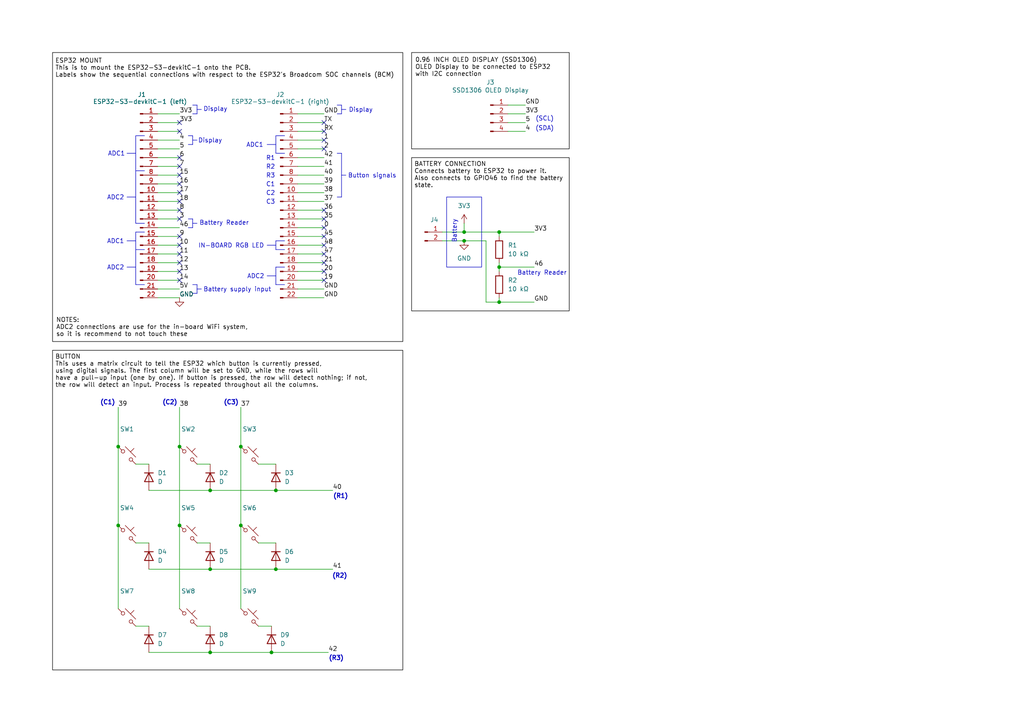
<source format=kicad_sch>
(kicad_sch (version 20231120) (generator "eeschema") (generator_version "8.0")
  (paper "A4")
  (lib_symbols
    (symbol "Connector:Conn_01x02_Pin" (pin_names (offset 1.016) hide)
      (property "Reference" "J" (at 0 2.54 0))
      (property "Value" "Conn_01x02_Pin" (at 0 -5.08 0))
      (symbol "Conn_01x02_Pin_1_1"
        (polyline (pts (xy 1.27 -2.54) (xy 0.8636 -2.54)) (stroke (width 0.1524)))
        (polyline (pts (xy 1.27 0) (xy 0.8636 0)) (stroke (width 0.1524)))
        (rectangle (start 0.8636 -2.413) (end 0 -2.667) (stroke (width 0.1524)) (fill (type outline)))
        (rectangle (start 0.8636 0.127) (end 0 -0.127) (stroke (width 0.1524)) (fill (type outline)))
        (pin passive line (at 5.08 0 180) (length 3.81) (name "Pin_1") (number "1"))
        (pin passive line (at 5.08 -2.54 180) (length 3.81) (name "Pin_2") (number "2"))
      )
    )
    (symbol "Connector:Conn_01x04_Pin" (pin_names (offset 1.016) hide)
      (property "Reference" "J" (at 0 5.08 0))
      (property "Value" "Conn_01x04_Pin" (at 0 -7.62 0))
      (symbol "Conn_01x04_Pin_1_1"
        (polyline (pts (xy 1.27 -5.08) (xy 0.8636 -5.08)) (stroke (width 0.1524)))
        (polyline (pts (xy 1.27 -2.54) (xy 0.8636 -2.54)) (stroke (width 0.1524)))
        (polyline (pts (xy 1.27 0) (xy 0.8636 0)) (stroke (width 0.1524)))
        (polyline (pts (xy 1.27 2.54) (xy 0.8636 2.54)) (stroke (width 0.1524)))
        (rectangle (start 0.8636 -4.953) (end 0 -5.207) (stroke (width 0.1524)) (fill (type outline)))
        (rectangle (start 0.8636 -2.413) (end 0 -2.667) (stroke (width 0.1524)) (fill (type outline)))
        (rectangle (start 0.8636 0.127) (end 0 -0.127) (stroke (width 0.1524)) (fill (type outline)))
        (rectangle (start 0.8636 2.667) (end 0 2.413) (stroke (width 0.1524)) (fill (type outline)))
        (pin passive line (at 5.08 2.54 180) (length 3.81) (name "Pin_1") (number "1"))
        (pin passive line (at 5.08 0 180) (length 3.81) (name "Pin_2") (number "2"))
        (pin passive line (at 5.08 -2.54 180) (length 3.81) (name "Pin_3") (number "3"))
        (pin passive line (at 5.08 -5.08 180) (length 3.81) (name "Pin_4") (number "4"))
      )
    )
    (symbol "Connector:Conn_01x22_Pin" (pin_names (offset 1.016) hide)
      (property "Reference" "J" (at 0 27.94 0))
      (property "Value" "Conn_01x22_Pin" (at 0 -30.48 0))
      (symbol "Conn_01x22_Pin_1_1"
        (polyline (pts (xy 1.27 -27.94) (xy 0.8636 -27.94)) (stroke (width 0.1524)))
        (polyline (pts (xy 1.27 -25.4) (xy 0.8636 -25.4)) (stroke (width 0.1524)))
        (polyline (pts (xy 1.27 -22.86) (xy 0.8636 -22.86)) (stroke (width 0.1524)))
        (polyline (pts (xy 1.27 -20.32) (xy 0.8636 -20.32)) (stroke (width 0.1524)))
        (polyline (pts (xy 1.27 -17.78) (xy 0.8636 -17.78)) (stroke (width 0.1524)))
        (polyline (pts (xy 1.27 -15.24) (xy 0.8636 -15.24)) (stroke (width 0.1524)))
        (polyline (pts (xy 1.27 -12.7) (xy 0.8636 -12.7)) (stroke (width 0.1524)))
        (polyline (pts (xy 1.27 -10.16) (xy 0.8636 -10.16)) (stroke (width 0.1524)))
        (polyline (pts (xy 1.27 -7.62) (xy 0.8636 -7.62)) (stroke (width 0.1524)))
        (polyline (pts (xy 1.27 -5.08) (xy 0.8636 -5.08)) (stroke (width 0.1524)))
        (polyline (pts (xy 1.27 -2.54) (xy 0.8636 -2.54)) (stroke (width 0.1524)))
        (polyline (pts (xy 1.27 0) (xy 0.8636 0)) (stroke (width 0.1524)))
        (polyline (pts (xy 1.27 2.54) (xy 0.8636 2.54)) (stroke (width 0.1524)))
        (polyline (pts (xy 1.27 5.08) (xy 0.8636 5.08)) (stroke (width 0.1524)))
        (polyline (pts (xy 1.27 7.62) (xy 0.8636 7.62)) (stroke (width 0.1524)))
        (polyline (pts (xy 1.27 10.16) (xy 0.8636 10.16)) (stroke (width 0.1524)))
        (polyline (pts (xy 1.27 12.7) (xy 0.8636 12.7)) (stroke (width 0.1524)))
        (polyline (pts (xy 1.27 15.24) (xy 0.8636 15.24)) (stroke (width 0.1524)))
        (polyline (pts (xy 1.27 17.78) (xy 0.8636 17.78)) (stroke (width 0.1524)))
        (polyline (pts (xy 1.27 20.32) (xy 0.8636 20.32)) (stroke (width 0.1524)))
        (polyline (pts (xy 1.27 22.86) (xy 0.8636 22.86)) (stroke (width 0.1524)))
        (polyline (pts (xy 1.27 25.4) (xy 0.8636 25.4)) (stroke (width 0.1524)))
        (rectangle (start 0.8636 -27.813) (end 0 -28.067) (stroke (width 0.1524)) (fill (type outline)))
        (rectangle (start 0.8636 -25.273) (end 0 -25.527) (stroke (width 0.1524)) (fill (type outline)))
        (rectangle (start 0.8636 -22.733) (end 0 -22.987) (stroke (width 0.1524)) (fill (type outline)))
        (rectangle (start 0.8636 -20.193) (end 0 -20.447) (stroke (width 0.1524)) (fill (type outline)))
        (rectangle (start 0.8636 -17.653) (end 0 -17.907) (stroke (width 0.1524)) (fill (type outline)))
        (rectangle (start 0.8636 -15.113) (end 0 -15.367) (stroke (width 0.1524)) (fill (type outline)))
        (rectangle (start 0.8636 -12.573) (end 0 -12.827) (stroke (width 0.1524)) (fill (type outline)))
        (rectangle (start 0.8636 -10.033) (end 0 -10.287) (stroke (width 0.1524)) (fill (type outline)))
        (rectangle (start 0.8636 -7.493) (end 0 -7.747) (stroke (width 0.1524)) (fill (type outline)))
        (rectangle (start 0.8636 -4.953) (end 0 -5.207) (stroke (width 0.1524)) (fill (type outline)))
        (rectangle (start 0.8636 -2.413) (end 0 -2.667) (stroke (width 0.1524)) (fill (type outline)))
        (rectangle (start 0.8636 0.127) (end 0 -0.127) (stroke (width 0.1524)) (fill (type outline)))
        (rectangle (start 0.8636 2.667) (end 0 2.413) (stroke (width 0.1524)) (fill (type outline)))
        (rectangle (start 0.8636 5.207) (end 0 4.953) (stroke (width 0.1524)) (fill (type outline)))
        (rectangle (start 0.8636 7.747) (end 0 7.493) (stroke (width 0.1524)) (fill (type outline)))
        (rectangle (start 0.8636 10.287) (end 0 10.033) (stroke (width 0.1524)) (fill (type outline)))
        (rectangle (start 0.8636 12.827) (end 0 12.573) (stroke (width 0.1524)) (fill (type outline)))
        (rectangle (start 0.8636 15.367) (end 0 15.113) (stroke (width 0.1524)) (fill (type outline)))
        (rectangle (start 0.8636 17.907) (end 0 17.653) (stroke (width 0.1524)) (fill (type outline)))
        (rectangle (start 0.8636 20.447) (end 0 20.193) (stroke (width 0.1524)) (fill (type outline)))
        (rectangle (start 0.8636 22.987) (end 0 22.733) (stroke (width 0.1524)) (fill (type outline)))
        (rectangle (start 0.8636 25.527) (end 0 25.273) (stroke (width 0.1524)) (fill (type outline)))
        (pin passive line (at 5.08 25.4 180) (length 3.81) (name "Pin_1") (number "1"))
        (pin passive line (at 5.08 2.54 180) (length 3.81) (name "Pin_10") (number "10"))
        (pin passive line (at 5.08 0 180) (length 3.81) (name "Pin_11") (number "11"))
        (pin passive line (at 5.08 -2.54 180) (length 3.81) (name "Pin_12") (number "12"))
        (pin passive line (at 5.08 -5.08 180) (length 3.81) (name "Pin_13") (number "13"))
        (pin passive line (at 5.08 -7.62 180) (length 3.81) (name "Pin_14") (number "14"))
        (pin passive line (at 5.08 -10.16 180) (length 3.81) (name "Pin_15") (number "15"))
        (pin passive line (at 5.08 -12.7 180) (length 3.81) (name "Pin_16") (number "16"))
        (pin passive line (at 5.08 -15.24 180) (length 3.81) (name "Pin_17") (number "17"))
        (pin passive line (at 5.08 -17.78 180) (length 3.81) (name "Pin_18") (number "18"))
        (pin passive line (at 5.08 -20.32 180) (length 3.81) (name "Pin_19") (number "19"))
        (pin passive line (at 5.08 22.86 180) (length 3.81) (name "Pin_2") (number "2"))
        (pin passive line (at 5.08 -22.86 180) (length 3.81) (name "Pin_20") (number "20"))
        (pin passive line (at 5.08 -25.4 180) (length 3.81) (name "Pin_21") (number "21"))
        (pin passive line (at 5.08 -27.94 180) (length 3.81) (name "Pin_22") (number "22"))
        (pin passive line (at 5.08 20.32 180) (length 3.81) (name "Pin_3") (number "3"))
        (pin passive line (at 5.08 17.78 180) (length 3.81) (name "Pin_4") (number "4"))
        (pin passive line (at 5.08 15.24 180) (length 3.81) (name "Pin_5") (number "5"))
        (pin passive line (at 5.08 12.7 180) (length 3.81) (name "Pin_6") (number "6"))
        (pin passive line (at 5.08 10.16 180) (length 3.81) (name "Pin_7") (number "7"))
        (pin passive line (at 5.08 7.62 180) (length 3.81) (name "Pin_8") (number "8"))
        (pin passive line (at 5.08 5.08 180) (length 3.81) (name "Pin_9") (number "9"))
      )
    )
    (symbol "Device:D" (pin_numbers hide) (pin_names (offset 1.016) hide)
      (property "Reference" "D" (at 0 2.54 0))
      (property "Value" "D" (at 0 -2.54 0))
      (symbol "D_0_1"
        (polyline (pts (xy -1.27 1.27) (xy -1.27 -1.27)) (stroke (width 0.254)))
        (polyline (pts (xy 1.27 0) (xy -1.27 0)))
        (polyline (pts (xy 1.27 1.27) (xy 1.27 -1.27) (xy -1.27 0) (xy 1.27 1.27)) (stroke (width 0.254)))
      )
      (symbol "D_1_1"
        (pin passive line (at -3.81 0 0) (length 2.54) (name "K") (number "1"))
        (pin passive line (at 3.81 0 180) (length 2.54) (name "A") (number "2"))
      )
    )
    (symbol "Device:R" (pin_numbers hide) (pin_names (offset 0))
      (property "Reference" "R" (at 2.032 0 90))
      (property "Value" "R" (at 0 0 90))
      (symbol "R_0_1"
        (rectangle (start -1.016 -2.54) (end 1.016 2.54) (stroke (width 0.254)))
      )
      (symbol "R_1_1"
        (pin passive line (at 0 3.81 270) (length 1.27) (name "~") (number "1"))
        (pin passive line (at 0 -3.81 90) (length 1.27) (name "~") (number "2"))
      )
    )
    (symbol "Switch:SW_Push_45deg" (pin_numbers hide) (pin_names (offset 1.016) hide)
      (property "Reference" "SW" (at 3.048 1.016 0))
      (property "Value" "SW_Push_45deg" (at 0 -3.81 0))
      (symbol "SW_Push_45deg_0_1"
        (circle (center -1.1684 1.1684) (radius 0.508))
        (polyline (pts (xy -0.508 2.54) (xy 2.54 -0.508)))
        (polyline (pts (xy 1.016 1.016) (xy 2.032 2.032)))
        (polyline (pts (xy -2.54 2.54) (xy -1.524 1.524) (xy -1.524 1.524)))
        (polyline (pts (xy 1.524 -1.524) (xy 2.54 -2.54) (xy 2.54 -2.54) (xy 2.54 -2.54)))
        (circle (center 1.143 -1.1938) (radius 0.508))
        (pin passive line (at -2.54 2.54 0) (length 0) (name "1") (number "1"))
        (pin passive line (at 2.54 -2.54 180) (length 0) (name "2") (number "2"))
      )
    )
    (symbol "power:+5V" (power) (pin_numbers hide) (pin_names (offset 0) hide)
      (property "Value" "+5V" (at 0 3.556 0))
      (symbol "+5V_0_1"
        (polyline (pts (xy -0.762 1.27) (xy 0 2.54)))
        (polyline (pts (xy 0 0) (xy 0 2.54)))
        (polyline (pts (xy 0 2.54) (xy 0.762 1.27)))
      )
      (symbol "+5V_1_1"
        (pin power_in line (at 0 0 90) (length 0) (name "~") (number "1"))
      )
    )
    (symbol "power:GND" (power) (pin_numbers hide) (pin_names (offset 0) hide)
      (property "Value" "GND" (at 0 -3.81 0))
      (symbol "GND_0_1"
        (polyline (pts (xy 0 0) (xy 0 -1.27) (xy 1.27 -1.27) (xy 0 -2.54) (xy -1.27 -1.27) (xy 0 -1.27)))
      )
      (symbol "GND_1_1"
        (pin power_in line (at 0 0 270) (length 0) (name "~") (number "1"))
      )
    )
  )
  (junction (at 144.78 67.31))
  (junction (at 78.74 189.23))
  (junction (at 60.96 142.24))
  (junction (at 80.01 142.24))
  (junction (at 60.96 165.1))
  (junction (at 134.62 69.85))
  (junction (at 52.07 129.54))
  (junction (at 144.78 87.63))
  (junction (at 80.01 165.1))
  (junction (at 34.29 152.4))
  (junction (at 34.29 129.54))
  (junction (at 134.62 67.31))
  (junction (at 69.85 152.4))
  (junction (at 69.85 129.54))
  (junction (at 144.78 77.47))
  (junction (at 52.07 152.4))
  (junction (at 60.96 189.23))
  (no_connect (at 52.07 81.28))
  (no_connect (at 52.07 53.34))
  (no_connect (at 93.98 40.64))
  (no_connect (at 52.07 63.5))
  (no_connect (at 52.07 48.26))
  (no_connect (at 52.07 60.96))
  (no_connect (at 93.98 38.1))
  (no_connect (at 52.07 78.74))
  (no_connect (at 93.98 43.18))
  (no_connect (at 93.98 73.66))
  (no_connect (at 93.98 66.04))
  (no_connect (at 52.07 76.2))
  (no_connect (at 93.98 60.96))
  (no_connect (at 52.07 55.88))
  (no_connect (at 52.07 58.42))
  (no_connect (at 52.07 35.56))
  (no_connect (at 93.98 81.28))
  (no_connect (at 93.98 78.74))
  (no_connect (at 93.98 71.12))
  (no_connect (at 52.07 38.1))
  (no_connect (at 52.07 68.58))
  (no_connect (at 93.98 76.2))
  (no_connect (at 52.07 50.8))
  (no_connect (at 93.98 35.56))
  (no_connect (at 52.07 45.72))
  (no_connect (at 52.07 71.12))
  (no_connect (at 93.98 63.5))
  (no_connect (at 93.98 68.58))
  (no_connect (at 52.07 73.66))
  (wire (pts (xy 86.36 33.02) (xy 93.98 33.02)))
  (polyline (pts (xy 99.06 30.48) (xy 99.06 33.02)))
  (polyline (pts (xy 39.37 72.39) (xy 41.91 72.39)))
  (wire (pts (xy 45.72 53.34) (xy 52.07 53.34)))
  (wire (pts (xy 74.93 181.61) (xy 78.74 181.61)))
  (wire (pts (xy 134.62 64.77) (xy 134.62 67.31)))
  (wire (pts (xy 60.96 165.1) (xy 80.01 165.1)))
  (polyline (pts (xy 55.88 85.09) (xy 57.15 85.09)))
  (wire (pts (xy 147.32 38.1) (xy 152.4 38.1)))
  (wire (pts (xy 86.36 83.82) (xy 93.98 83.82)))
  (wire (pts (xy 134.62 67.31) (xy 144.78 67.31)))
  (polyline (pts (xy 55.88 63.5) (xy 55.88 66.04)))
  (polyline (pts (xy 97.79 44.45) (xy 99.06 44.45)))
  (polyline (pts (xy 80.01 39.37) (xy 82.55 39.37)))
  (polyline (pts (xy 39.37 64.77) (xy 41.91 64.77)))
  (wire (pts (xy 34.29 129.54) (xy 34.29 152.4)))
  (polyline (pts (xy 36.83 57.15) (xy 39.37 57.15)))
  (wire (pts (xy 86.36 66.04) (xy 93.98 66.04)))
  (wire (pts (xy 86.36 50.8) (xy 93.98 50.8)))
  (wire (pts (xy 52.07 129.54) (xy 52.07 152.4)))
  (polyline (pts (xy 39.37 49.53) (xy 39.37 64.77)))
  (polyline (pts (xy 99.06 50.8) (xy 100.33 50.8)))
  (wire (pts (xy 78.74 189.23) (xy 95.25 189.23)))
  (wire (pts (xy 45.72 86.36) (xy 52.07 86.36)))
  (wire (pts (xy 128.27 67.31) (xy 134.62 67.31)))
  (wire (pts (xy 43.18 165.1) (xy 60.96 165.1)))
  (wire (pts (xy 74.93 157.48) (xy 80.01 157.48)))
  (polyline (pts (xy 97.79 30.48) (xy 99.06 30.48)))
  (wire (pts (xy 45.72 48.26) (xy 52.07 48.26)))
  (wire (pts (xy 140.97 69.85) (xy 134.62 69.85)))
  (wire (pts (xy 34.29 152.4) (xy 34.29 176.53)))
  (wire (pts (xy 45.72 78.74) (xy 52.07 78.74)))
  (wire (pts (xy 45.72 63.5) (xy 52.07 63.5)))
  (wire (pts (xy 45.72 55.88) (xy 52.07 55.88)))
  (wire (pts (xy 140.97 87.63) (xy 144.78 87.63)))
  (wire (pts (xy 45.72 71.12) (xy 52.07 71.12)))
  (polyline (pts (xy 36.83 44.45) (xy 39.37 44.45)))
  (polyline (pts (xy 77.47 71.12) (xy 80.01 71.12)))
  (wire (pts (xy 86.36 81.28) (xy 93.98 81.28)))
  (polyline (pts (xy 39.37 67.31) (xy 39.37 72.39)))
  (polyline (pts (xy 97.79 57.15) (xy 99.06 57.15)))
  (wire (pts (xy 39.37 157.48) (xy 43.18 157.48)))
  (polyline (pts (xy 39.37 39.37) (xy 41.91 39.37)))
  (wire (pts (xy 45.72 60.96) (xy 52.07 60.96)))
  (wire (pts (xy 147.32 33.02) (xy 152.4 33.02)))
  (wire (pts (xy 45.72 76.2) (xy 52.07 76.2)))
  (wire (pts (xy 60.96 189.23) (xy 78.74 189.23)))
  (wire (pts (xy 69.85 129.54) (xy 69.85 152.4)))
  (wire (pts (xy 45.72 73.66) (xy 52.07 73.66)))
  (polyline (pts (xy 99.06 31.75) (xy 100.33 31.75)))
  (polyline (pts (xy 55.88 39.37) (xy 55.88 41.91)))
  (polyline (pts (xy 57.15 30.48) (xy 57.15 33.02)))
  (wire (pts (xy 34.29 118.11) (xy 34.29 129.54)))
  (wire (pts (xy 86.36 71.12) (xy 93.98 71.12)))
  (polyline (pts (xy 55.88 82.55) (xy 57.15 82.55)))
  (polyline (pts (xy 80.01 69.85) (xy 80.01 72.39)))
  (wire (pts (xy 69.85 152.4) (xy 69.85 176.53)))
  (polyline (pts (xy 39.37 72.39) (xy 39.37 82.55)))
  (wire (pts (xy 43.18 142.24) (xy 60.96 142.24)))
  (wire (pts (xy 69.85 118.11) (xy 69.85 129.54)))
  (wire (pts (xy 86.36 43.18) (xy 93.98 43.18)))
  (polyline (pts (xy 55.88 33.02) (xy 57.15 33.02)))
  (polyline (pts (xy 36.83 69.85) (xy 39.37 69.85)))
  (wire (pts (xy 86.36 58.42) (xy 93.98 58.42)))
  (wire (pts (xy 86.36 73.66) (xy 93.98 73.66)))
  (wire (pts (xy 128.27 69.85) (xy 134.62 69.85)))
  (polyline (pts (xy 99.06 44.45) (xy 99.06 57.15)))
  (wire (pts (xy 86.36 40.64) (xy 93.98 40.64)))
  (wire (pts (xy 45.72 43.18) (xy 52.07 43.18)))
  (wire (pts (xy 86.36 48.26) (xy 93.98 48.26)))
  (wire (pts (xy 39.37 134.62) (xy 43.18 134.62)))
  (wire (pts (xy 45.72 35.56) (xy 52.07 35.56)))
  (wire (pts (xy 45.72 33.02) (xy 52.07 33.02)))
  (wire (pts (xy 57.15 134.62) (xy 60.96 134.62)))
  (polyline (pts (xy 80.01 72.39) (xy 82.55 72.39)))
  (polyline (pts (xy 54.61 41.91) (xy 55.88 41.91)))
  (wire (pts (xy 144.78 77.47) (xy 154.94 77.47)))
  (wire (pts (xy 45.72 50.8) (xy 52.07 50.8)))
  (wire (pts (xy 147.32 35.56) (xy 152.4 35.56)))
  (polyline (pts (xy 80.01 69.85) (xy 82.55 69.85)))
  (wire (pts (xy 45.72 38.1) (xy 52.07 38.1)))
  (wire (pts (xy 45.72 40.64) (xy 52.07 40.64)))
  (wire (pts (xy 147.32 30.48) (xy 152.4 30.48)))
  (wire (pts (xy 45.72 81.28) (xy 52.07 81.28)))
  (polyline (pts (xy 39.37 67.31) (xy 41.91 67.31)))
  (polyline (pts (xy 57.15 82.55) (xy 57.15 85.09)))
  (polyline (pts (xy 54.61 39.37) (xy 55.88 39.37)))
  (wire (pts (xy 86.36 63.5) (xy 93.98 63.5)))
  (wire (pts (xy 57.15 157.48) (xy 60.96 157.48)))
  (wire (pts (xy 45.72 66.04) (xy 52.07 66.04)))
  (polyline (pts (xy 80.01 77.47) (xy 80.01 82.55)))
  (polyline (pts (xy 55.88 64.77) (xy 57.15 64.77)))
  (polyline (pts (xy 80.01 44.45) (xy 82.55 44.45)))
  (wire (pts (xy 80.01 142.24) (xy 96.52 142.24)))
  (polyline (pts (xy 55.88 30.48) (xy 57.15 30.48)))
  (polyline (pts (xy 54.61 66.04) (xy 55.88 66.04)))
  (polyline (pts (xy 57.15 83.82) (xy 58.42 83.82)))
  (wire (pts (xy 60.96 142.24) (xy 80.01 142.24)))
  (polyline (pts (xy 77.47 41.91) (xy 80.01 41.91)))
  (wire (pts (xy 39.37 181.61) (xy 43.18 181.61)))
  (polyline (pts (xy 80.01 77.47) (xy 82.55 77.47)))
  (wire (pts (xy 74.93 134.62) (xy 80.01 134.62)))
  (wire (pts (xy 52.07 118.11) (xy 52.07 129.54)))
  (wire (pts (xy 45.72 58.42) (xy 52.07 58.42)))
  (wire (pts (xy 86.36 35.56) (xy 93.98 35.56)))
  (wire (pts (xy 86.36 78.74) (xy 93.98 78.74)))
  (polyline (pts (xy 36.83 77.47) (xy 39.37 77.47)))
  (wire (pts (xy 57.15 181.61) (xy 60.96 181.61)))
  (wire (pts (xy 144.78 86.36) (xy 144.78 87.63)))
  (polyline (pts (xy 80.01 82.55) (xy 82.55 82.55)))
  (wire (pts (xy 86.36 38.1) (xy 93.98 38.1)))
  (polyline (pts (xy 80.01 39.37) (xy 80.01 44.45)))
  (wire (pts (xy 144.78 67.31) (xy 144.78 68.58)))
  (wire (pts (xy 86.36 68.58) (xy 93.98 68.58)))
  (wire (pts (xy 86.36 76.2) (xy 93.98 76.2)))
  (wire (pts (xy 86.36 45.72) (xy 93.98 45.72)))
  (wire (pts (xy 140.97 87.63) (xy 140.97 69.85)))
  (wire (pts (xy 144.78 76.2) (xy 144.78 77.47)))
  (polyline (pts (xy 97.79 33.02) (xy 99.06 33.02)))
  (wire (pts (xy 86.36 53.34) (xy 93.98 53.34)))
  (polyline (pts (xy 54.61 63.5) (xy 55.88 63.5)))
  (wire (pts (xy 80.01 165.1) (xy 96.52 165.1)))
  (wire (pts (xy 45.72 68.58) (xy 52.07 68.58)))
  (wire (pts (xy 144.78 87.63) (xy 154.94 87.63)))
  (polyline (pts (xy 57.15 31.75) (xy 58.42 31.75)))
  (polyline (pts (xy 77.47 80.01) (xy 80.01 80.01)))
  (wire (pts (xy 52.07 152.4) (xy 52.07 176.53)))
  (polyline (pts (xy 39.37 49.53) (xy 41.91 49.53)))
  (polyline (pts (xy 39.37 57.15) (xy 39.37 64.77)))
  (wire (pts (xy 43.18 189.23) (xy 60.96 189.23)))
  (wire (pts (xy 86.36 60.96) (xy 93.98 60.96)))
  (wire (pts (xy 144.78 67.31) (xy 154.94 67.31)))
  (wire (pts (xy 86.36 86.36) (xy 93.98 86.36)))
  (wire (pts (xy 45.72 45.72) (xy 52.07 45.72)))
  (wire (pts (xy 45.72 83.82) (xy 52.07 83.82)))
  (polyline (pts (xy 39.37 82.55) (xy 41.91 82.55)))
  (polyline (pts (xy 39.37 39.37) (xy 39.37 49.53)))
  (polyline (pts (xy 55.88 40.64) (xy 57.15 40.64)))
  (wire (pts (xy 144.78 77.47) (xy 144.78 78.74)))
  (wire (pts (xy 86.36 55.88) (xy 93.98 55.88)))
  (rectangle (start 119.38 15.24) (end 165.1 43.18) (stroke (width 0) (color 0 0 0 1)))
  (rectangle (start 119.38 45.72) (end 165.1 90.17) (stroke (width 0) (color 0 0 0 1)))
  (rectangle (start 129.54 57.15) (end 139.7 77.47))
  (rectangle (start 15.24 15.24) (end 116.84 99.06) (stroke (width 0) (color 0 0 0 1)))
  (rectangle (start 15.24 101.6) (end 116.84 194.31) (stroke (width 0) (color 0 0 0 1)))
  (text "(C2)\n" (at 49.276 116.84 0) (effects (font (size 1.27 1.27) (thickness 0.254) (bold yes))))
  (text "ADC2" (at 74.168 80.264 0) (effects (font (size 1.27 1.27))))
  (text "C1" (at 78.486 53.594 0) (effects (font (size 1.27 1.27))))
  (text "Button signals" (at 107.95 51.054 0) (effects (font (size 1.27 1.27))))
  (text "Battery Reader\n" (at 65.024 64.77 0) (effects (font (size 1.27 1.27))))
  (text "R3" (at 78.486 51.054 0) (effects (font (size 1.27 1.27))))
  (text "Battery\n" (at 131.826 67.056 90) (effects (font (size 1.27 1.27))))
  (text "Display\n" (at 60.96 40.894 0) (effects (font (size 1.27 1.27))))
  (text "BUTTON\nThis uses a matrix circuit to tell the ESP32 which button is currently pressed, \nusing digital signals. The first column will be set to GND, while the rows will\nhave a pull-up input (one by one). If button is pressed, the row will detect nothing; if not,\nthe row will detect an input. Process is repeated throughout all the columns." (at 16.002 107.696 0) (effects (font (size 1.27 1.27)) (justify left)))
  (text "(R1)\n" (at 98.806 144.018 0) (effects (font (size 1.27 1.27) (thickness 0.254) (bold yes))))
  (text "NOTES:\nADC2 connections are use for the in-board WiFi system,\nso it is recommend to not touch these" (at 16.256 94.996 0) (effects (font (size 1.27 1.27)) (justify left)))
  (text "Battery Reader" (at 157.226 79.248 0) (effects (font (size 1.27 1.27))))
  (text "R2\n" (at 78.486 48.514 0) (effects (font (size 1.27 1.27))))
  (text "R1\n" (at 78.486 45.974 0) (effects (font (size 1.27 1.27))))
  (text "C2\n" (at 78.486 56.134 0) (effects (font (size 1.27 1.27))))
  (text "Battery supply input\n" (at 68.834 84.074 0) (effects (font (size 1.27 1.27))))
  (text "(R3)\n" (at 97.536 191.008 0) (effects (font (size 1.27 1.27) (thickness 0.254) (bold yes))))
  (text "ESP32 MOUNT\nThis is to mount the ESP32-S3-devkitC-1 onto the PCB.\nLabels show the sequential connections with respect to the ESP32's Broadcom SOC channels (BCM)" (at 16.002 17.018 0) (effects (font (size 1.27 1.27)) (justify left top)))
  (text "(R2)\n" (at 98.552 167.132 0) (effects (font (size 1.27 1.27) (thickness 0.254) (bold yes))))
  (text "ADC2" (at 33.528 57.404 0) (effects (font (size 1.27 1.27))))
  (text "ADC1\n" (at 33.782 44.704 0) (effects (font (size 1.27 1.27))))
  (text "(C1)\n" (at 31.242 116.84 0) (effects (font (size 1.27 1.27) (thickness 0.254) (bold yes))))
  (text "IN-BOARD RGB LED\n" (at 67.056 71.374 0) (effects (font (size 1.27 1.27))))
  (text "Display\n" (at 62.484 31.75 0) (effects (font (size 1.27 1.27))))
  (text "C3" (at 78.486 58.674 0) (effects (font (size 1.27 1.27))))
  (text "Display\n" (at 104.648 32.004 0) (effects (font (size 1.27 1.27))))
  (text "ADC1\n" (at 73.914 42.164 0) (effects (font (size 1.27 1.27))))
  (text "(C3)" (at 67.056 116.84 0) (effects (font (size 1.27 1.27) (thickness 0.254) (bold yes))))
  (text "ADC1\n" (at 33.528 70.104 0) (effects (font (size 1.27 1.27))))
  (text "0.96 INCH OLED DISPLAY (SSD1306)\nOLED Display to be connected to ESP32 \nwith I2C connection" (at 120.396 19.558 0) (effects (font (size 1.27 1.27)) (justify left)))
  (text "BATTERY CONNECTION\nConnects battery to ESP32 to power it. \nAlso connects to GPIO46 to find the battery \nstate." (at 120.142 50.8 0) (effects (font (size 1.27 1.27)) (justify left)))
  (text "(SDA)\n" (at 157.988 37.338 0) (effects (font (size 1.27 1.27))))
  (text "ADC2" (at 33.528 77.724 0) (effects (font (size 1.27 1.27))))
  (text "(SCL)" (at 157.988 34.544 0) (effects (font (size 1.27 1.27))))
  (label "GND" (at 52.07 86.36 0))
  (label "3V3" (at 52.07 33.02 0))
  (label "12" (at 52.07 76.2 0))
  (label "1" (at 93.98 40.64 0))
  (label "GND" (at 93.98 83.82 0))
  (label "3" (at 52.07 63.5 0))
  (label "18" (at 52.07 58.42 0))
  (label "46" (at 154.94 77.47 0))
  (label "5" (at 52.07 43.18 0))
  (label "4" (at 152.4 38.1 0))
  (label "GND" (at 152.4 30.48 0))
  (label "11" (at 52.07 73.66 0))
  (label "16" (at 52.07 53.34 0))
  (label "5V" (at 52.07 83.82 0))
  (label "15" (at 52.07 50.8 0))
  (label "3V3" (at 52.07 35.56 0))
  (label "0" (at 93.98 66.04 0))
  (label "GND" (at 154.94 87.63 0))
  (label "40" (at 93.98 50.8 0))
  (label "7" (at 52.07 48.26 0))
  (label "47" (at 93.98 73.66 0))
  (label "10" (at 52.07 71.12 0))
  (label "5" (at 152.4 35.56 0))
  (label "TX" (at 93.98 35.56 0))
  (label "14" (at 52.07 81.28 0))
  (label "40" (at 96.52 142.24 0))
  (label "48" (at 93.98 71.12 0))
  (label "35" (at 93.98 63.5 0))
  (label "37" (at 69.85 118.11 0))
  (label "46" (at 52.07 66.04 0))
  (label "36" (at 93.98 60.96 0))
  (label "42" (at 95.25 189.23 0))
  (label "39" (at 34.29 118.11 0))
  (label "41" (at 96.52 165.1 0))
  (label "4" (at 52.07 40.64 0))
  (label "3V3" (at 152.4 33.02 0))
  (label "19" (at 93.98 81.28 0))
  (label "9" (at 52.07 68.58 0))
  (label "37" (at 93.98 58.42 0))
  (label "45" (at 93.98 68.58 0))
  (label "39" (at 93.98 53.34 0))
  (label "3V3" (at 154.94 67.31 0))
  (label "41" (at 93.98 48.26 0))
  (label "42" (at 93.98 45.72 0))
  (label "GND" (at 93.98 86.36 0))
  (label "38" (at 93.98 55.88 0))
  (label "38" (at 52.07 118.11 0))
  (label "6" (at 52.07 45.72 0))
  (label "17" (at 52.07 55.88 0))
  (label "13" (at 52.07 78.74 0))
  (label "21" (at 93.98 76.2 0))
  (label "2" (at 93.98 43.18 0))
  (label "RX" (at 93.98 38.1 0))
  (label "GND" (at 93.98 33.02 0))
  (label "8" (at 52.07 60.96 0))
  (label "20" (at 93.98 78.74 0))
  (symbol (lib_id "Switch:SW_Push_45deg") (at 54.61 154.94 0) (unit 1)
    (property "Reference" "SW5" (at 54.61 147.32 0))
    (property "Value" "SW_Push_45deg" (effects (hide yes)))
    (property "Footprint" "Button_Switch_Keyboard:SW_Cherry_MX_1.00u_PCB" (effects (hide yes)))
    (property "Description" "Push button switch, normally open, two pins, 45° tilted" (effects (hide yes)))
  )
  (symbol (lib_id "Switch:SW_Push_45deg") (at 36.83 179.07 0) (unit 1)
    (property "Reference" "SW7" (at 36.83 171.45 0))
    (property "Value" "SW_Push_45deg" (effects (hide yes)))
    (property "Footprint" "Button_Switch_Keyboard:SW_Cherry_MX_1.00u_PCB" (effects (hide yes)))
    (property "Description" "Push button switch, normally open, two pins, 45° tilted" (effects (hide yes)))
  )
  (symbol (lib_id "power:GND") (at 52.07 86.36 0) (unit 1)
    (property "Reference" "#PWR01" (effects (hide yes)))
    (property "Value" "GND" (at 54.102 85.344 0))
    (property "Description" "Power symbol creates a global label with name \"GND\" , ground" (effects (hide yes)))
  )
  (symbol (lib_id "Connector:Conn_01x02_Pin") (at 123.19 67.31 0) (unit 1)
    (property "Reference" "J4" (at 125.984 63.754 0))
    (property "Value" "Conn_01x02_Pin" (effects (hide yes)))
    (property "Footprint" "Connector_JST:JST_PH_S2B-PH-SM4-TB_1x02-1MP_P2.00mm_Horizontal" (effects (hide yes)))
    (property "Description" "Generic connector, single row, 01x02, script generated" (effects (hide yes)))
  )
  (symbol (lib_id "Connector:Conn_01x22_Pin") (at 40.64 58.42 0) (unit 1)
    (property "Reference" "J1" (at 41.148 27.432 0))
    (property "Value" "ESP32-S3-devkitC-1 (left)" (at 40.64 29.464 0))
    (property "Footprint" "Connector_PinSocket_2.54mm:PinSocket_1x22_P2.54mm_Vertical" (effects (hide yes)))
    (property "Description" "Generic connector, single row, 01x22, script generated" (effects (hide yes)))
  )
  (symbol (lib_id "power:+5V") (at 134.62 64.77 0) (unit 1)
    (property "Reference" "#PWR02" (effects (hide yes)))
    (property "Value" "3V3" (at 134.62 59.69 0))
    (property "Description" "Power symbol creates a global label with name \"+5V\"" (effects (hide yes)))
  )
  (symbol (lib_id "Device:D") (at 78.74 185.42 270) (unit 1)
    (property "Reference" "D9" (at 81.28 184.1499 90) (effects (justify left)))
    (property "Value" "D" (at 81.28 186.6899 90) (effects (justify left)))
    (property "Footprint" "Diode_SMD:D_0603_1608Metric" (effects (hide yes)))
    (property "Description" "Diode" (effects (hide yes)))
    (property "Sim.Device" "D" (effects (hide yes)))
    (property "Sim.Pins" "1=K 2=A" (effects (hide yes)))
  )
  (symbol (lib_id "Switch:SW_Push_45deg") (at 72.39 154.94 0) (unit 1)
    (property "Reference" "SW6" (at 72.39 147.32 0))
    (property "Value" "SW_Push_45deg" (effects (hide yes)))
    (property "Footprint" "Button_Switch_Keyboard:SW_Cherry_MX_1.00u_PCB" (effects (hide yes)))
    (property "Description" "Push button switch, normally open, two pins, 45° tilted" (effects (hide yes)))
  )
  (symbol (lib_id "Device:D") (at 80.01 138.43 270) (unit 1)
    (property "Reference" "D3" (at 82.55 137.1599 90) (effects (justify left)))
    (property "Value" "D" (at 82.55 139.6999 90) (effects (justify left)))
    (property "Footprint" "Diode_SMD:D_0603_1608Metric" (effects (hide yes)))
    (property "Description" "Diode" (effects (hide yes)))
    (property "Sim.Device" "D" (effects (hide yes)))
    (property "Sim.Pins" "1=K 2=A" (effects (hide yes)))
  )
  (symbol (lib_id "Switch:SW_Push_45deg") (at 36.83 132.08 0) (unit 1)
    (property "Reference" "SW1" (at 36.83 124.46 0))
    (property "Value" "SW_Push_45deg" (effects (hide yes)))
    (property "Footprint" "Button_Switch_Keyboard:SW_Cherry_MX_1.00u_PCB" (effects (hide yes)))
    (property "Description" "Push button switch, normally open, two pins, 45° tilted" (effects (hide yes)))
  )
  (symbol (lib_id "Device:R") (at 144.78 82.55 0) (unit 1)
    (property "Reference" "R2" (at 147.32 81.2799 0) (effects (justify left)))
    (property "Value" "10 kΩ" (at 147.32 83.8199 0) (effects (justify left)))
    (property "Footprint" "Resistor_THT:R_Axial_DIN0204_L3.6mm_D1.6mm_P5.08mm_Horizontal" (effects (hide yes)))
    (property "Description" "Resistor" (effects (hide yes)))
  )
  (symbol (lib_id "Connector:Conn_01x22_Pin") (at 81.28 58.42 0) (unit 1)
    (property "Reference" "J2" (at 81.28 27.432 0))
    (property "Value" "ESP32-S3-devkitC-1 (right)" (at 81.28 29.464 0))
    (property "Footprint" "Connector_PinSocket_2.54mm:PinSocket_1x22_P2.54mm_Vertical" (effects (hide yes)))
    (property "Description" "Generic connector, single row, 01x22, script generated" (effects (hide yes)))
  )
  (symbol (lib_id "Device:D") (at 43.18 161.29 270) (unit 1)
    (property "Reference" "D4" (at 45.72 160.0199 90) (effects (justify left)))
    (property "Value" "D" (at 45.72 162.5599 90) (effects (justify left)))
    (property "Footprint" "Diode_SMD:D_0603_1608Metric" (effects (hide yes)))
    (property "Description" "Diode" (effects (hide yes)))
    (property "Sim.Device" "D" (effects (hide yes)))
    (property "Sim.Pins" "1=K 2=A" (effects (hide yes)))
  )
  (symbol (lib_id "Device:D") (at 60.96 185.42 270) (unit 1)
    (property "Reference" "D8" (at 63.5 184.1499 90) (effects (justify left)))
    (property "Value" "D" (at 63.5 186.6899 90) (effects (justify left)))
    (property "Footprint" "Diode_SMD:D_0603_1608Metric" (effects (hide yes)))
    (property "Description" "Diode" (effects (hide yes)))
    (property "Sim.Device" "D" (effects (hide yes)))
    (property "Sim.Pins" "1=K 2=A" (effects (hide yes)))
  )
  (symbol (lib_id "Device:D") (at 80.01 161.29 270) (unit 1)
    (property "Reference" "D6" (at 82.55 160.0199 90) (effects (justify left)))
    (property "Value" "D" (at 82.55 162.5599 90) (effects (justify left)))
    (property "Footprint" "Diode_SMD:D_0603_1608Metric" (effects (hide yes)))
    (property "Description" "Diode" (effects (hide yes)))
    (property "Sim.Device" "D" (effects (hide yes)))
    (property "Sim.Pins" "1=K 2=A" (effects (hide yes)))
  )
  (symbol (lib_id "Switch:SW_Push_45deg") (at 72.39 132.08 0) (unit 1)
    (property "Reference" "SW3" (at 72.39 124.46 0))
    (property "Value" "SW_Push_45deg" (effects (hide yes)))
    (property "Footprint" "Button_Switch_Keyboard:SW_Cherry_MX_1.00u_PCB" (effects (hide yes)))
    (property "Description" "Push button switch, normally open, two pins, 45° tilted" (effects (hide yes)))
  )
  (symbol (lib_id "Switch:SW_Push_45deg") (at 36.83 154.94 0) (unit 1)
    (property "Reference" "SW4" (at 36.83 147.32 0))
    (property "Value" "SW_Push_45deg" (effects (hide yes)))
    (property "Footprint" "Button_Switch_Keyboard:SW_Cherry_MX_1.00u_PCB" (effects (hide yes)))
    (property "Description" "Push button switch, normally open, two pins, 45° tilted" (effects (hide yes)))
  )
  (symbol (lib_id "Switch:SW_Push_45deg") (at 54.61 179.07 0) (unit 1)
    (property "Reference" "SW8" (at 54.61 171.45 0))
    (property "Value" "SW_Push_45deg" (effects (hide yes)))
    (property "Footprint" "Button_Switch_Keyboard:SW_Cherry_MX_1.00u_PCB" (effects (hide yes)))
    (property "Description" "Push button switch, normally open, two pins, 45° tilted" (effects (hide yes)))
  )
  (symbol (lib_id "Switch:SW_Push_45deg") (at 72.39 179.07 0) (unit 1)
    (property "Reference" "SW9" (at 72.39 171.45 0))
    (property "Value" "SW_Push_45deg" (effects (hide yes)))
    (property "Footprint" "Button_Switch_Keyboard:SW_Cherry_MX_1.00u_PCB" (effects (hide yes)))
    (property "Description" "Push button switch, normally open, two pins, 45° tilted" (effects (hide yes)))
  )
  (symbol (lib_id "Device:D") (at 60.96 161.29 270) (unit 1)
    (property "Reference" "D5" (at 63.5 160.0199 90) (effects (justify left)))
    (property "Value" "D" (at 63.5 162.5599 90) (effects (justify left)))
    (property "Footprint" "Diode_SMD:D_0603_1608Metric" (effects (hide yes)))
    (property "Description" "Diode" (effects (hide yes)))
    (property "Sim.Device" "D" (effects (hide yes)))
    (property "Sim.Pins" "1=K 2=A" (effects (hide yes)))
  )
  (symbol (lib_id "Switch:SW_Push_45deg") (at 54.61 132.08 0) (unit 1)
    (property "Reference" "SW2" (at 54.61 124.46 0))
    (property "Value" "SW_Push_45deg" (effects (hide yes)))
    (property "Footprint" "Button_Switch_Keyboard:SW_Cherry_MX_1.00u_PCB" (effects (hide yes)))
    (property "Description" "Push button switch, normally open, two pins, 45° tilted" (effects (hide yes)))
  )
  (symbol (lib_id "Device:R") (at 144.78 72.39 0) (unit 1)
    (property "Reference" "R1" (at 147.32 71.1199 0) (effects (justify left)))
    (property "Value" "10 kΩ" (at 147.32 73.6599 0) (effects (justify left)))
    (property "Footprint" "Resistor_THT:R_Axial_DIN0204_L3.6mm_D1.6mm_P5.08mm_Horizontal" (effects (hide yes)))
    (property "Description" "Resistor" (effects (hide yes)))
  )
  (symbol (lib_id "Device:D") (at 43.18 138.43 270) (unit 1)
    (property "Reference" "D1" (at 45.72 137.1599 90) (effects (justify left)))
    (property "Value" "D" (at 45.72 139.6999 90) (effects (justify left)))
    (property "Footprint" "Diode_SMD:D_0603_1608Metric" (effects (hide yes)))
    (property "Description" "Diode" (effects (hide yes)))
    (property "Sim.Device" "D" (effects (hide yes)))
    (property "Sim.Pins" "1=K 2=A" (effects (hide yes)))
  )
  (symbol (lib_id "Connector:Conn_01x04_Pin") (at 142.24 33.02 0) (unit 1)
    (property "Reference" "J3" (at 142.24 23.876 0))
    (property "Value" "SSD1306 OLED Display" (at 142.24 26.162 0))
    (property "Footprint" "Connector_PinHeader_2.54mm:PinHeader_1x04_P2.54mm_Horizontal" (effects (hide yes)))
    (property "Description" "Generic connector, single row, 01x04, script generated" (effects (hide yes)))
  )
  (symbol (lib_id "Device:D") (at 43.18 185.42 270) (unit 1)
    (property "Reference" "D7" (at 45.72 184.1499 90) (effects (justify left)))
    (property "Value" "D" (at 45.72 186.6899 90) (effects (justify left)))
    (property "Footprint" "Diode_SMD:D_0603_1608Metric" (effects (hide yes)))
    (property "Description" "Diode" (effects (hide yes)))
    (property "Sim.Device" "D" (effects (hide yes)))
    (property "Sim.Pins" "1=K 2=A" (effects (hide yes)))
  )
  (symbol (lib_id "Device:D") (at 60.96 138.43 270) (unit 1)
    (property "Reference" "D2" (at 63.5 137.1599 90) (effects (justify left)))
    (property "Value" "D" (at 63.5 139.6999 90) (effects (justify left)))
    (property "Footprint" "Diode_SMD:D_0603_1608Metric" (effects (hide yes)))
    (property "Description" "Diode" (effects (hide yes)))
    (property "Sim.Device" "D" (effects (hide yes)))
    (property "Sim.Pins" "1=K 2=A" (effects (hide yes)))
  )
  (symbol (lib_id "power:GND") (at 134.62 69.85 0) (unit 1)
    (property "Reference" "#PWR03" (effects (hide yes)))
    (property "Value" "GND" (at 134.62 74.93 0))
    (property "Description" "Power symbol creates a global label with name \"GND\" , ground" (effects (hide yes)))
  )
)
</source>
